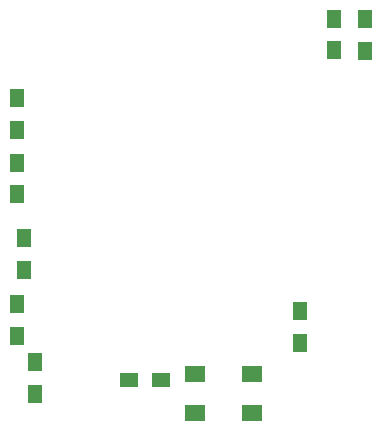
<source format=gbr>
G04 #@! TF.GenerationSoftware,KiCad,Pcbnew,5.0.0-fee4fd1~66~ubuntu16.04.1*
G04 #@! TF.CreationDate,2018-08-17T12:07:40+02:00*
G04 #@! TF.ProjectId,Garden_Guardian,47617264656E5F477561726469616E2E,rev?*
G04 #@! TF.SameCoordinates,Original*
G04 #@! TF.FileFunction,Paste,Top*
G04 #@! TF.FilePolarity,Positive*
%FSLAX46Y46*%
G04 Gerber Fmt 4.6, Leading zero omitted, Abs format (unit mm)*
G04 Created by KiCad (PCBNEW 5.0.0-fee4fd1~66~ubuntu16.04.1) date Fri Aug 17 12:07:40 2018*
%MOMM*%
%LPD*%
G01*
G04 APERTURE LIST*
%ADD10R,1.800000X1.400000*%
%ADD11R,1.300000X1.500000*%
%ADD12R,1.500000X1.300000*%
G04 APERTURE END LIST*
D10*
G04 #@! TO.C,U105*
X165920000Y-108760000D03*
X165920000Y-105460000D03*
X161120000Y-105460000D03*
X161120000Y-108760000D03*
G04 #@! TD*
D11*
G04 #@! TO.C,D101*
X146050000Y-99510000D03*
X146050000Y-102210000D03*
G04 #@! TD*
G04 #@! TO.C,D102*
X146010000Y-87520000D03*
X146010000Y-90220000D03*
G04 #@! TD*
G04 #@! TO.C,R101*
X172880000Y-75330000D03*
X172880000Y-78030000D03*
G04 #@! TD*
G04 #@! TO.C,R103*
X147490000Y-107110000D03*
X147490000Y-104410000D03*
G04 #@! TD*
G04 #@! TO.C,R104*
X175510000Y-78070000D03*
X175510000Y-75370000D03*
G04 #@! TD*
G04 #@! TO.C,R105*
X146570000Y-96620000D03*
X146570000Y-93920000D03*
G04 #@! TD*
G04 #@! TO.C,R106*
X145990000Y-82050000D03*
X145990000Y-84750000D03*
G04 #@! TD*
G04 #@! TO.C,R107*
X169970000Y-100070000D03*
X169970000Y-102770000D03*
G04 #@! TD*
D12*
G04 #@! TO.C,R108*
X158190000Y-105910000D03*
X155490000Y-105910000D03*
G04 #@! TD*
M02*

</source>
